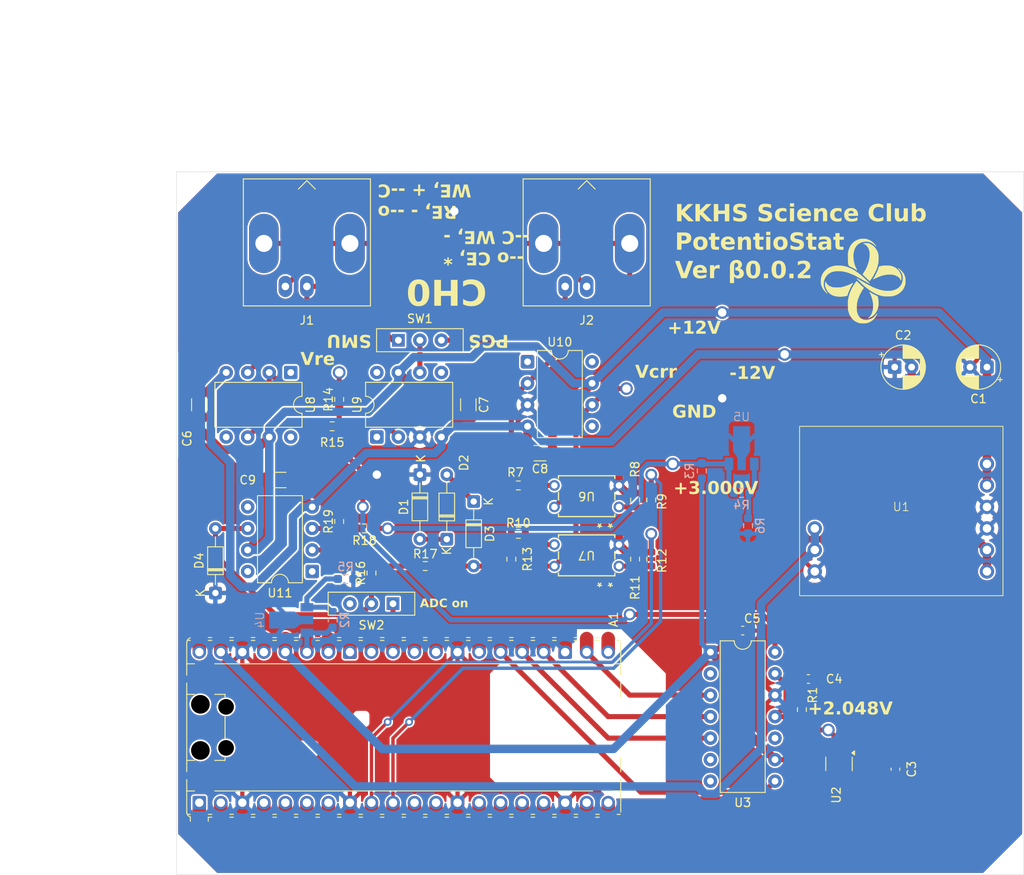
<source format=kicad_pcb>
(kicad_pcb (version 20241229) (generator "pcbnew") (generator_version "9.0")
  (layers (0 "F.Cu" signal) (2 "B.Cu" signal) (13 "F.Paste" user) (15 "B.Paste" user) (5 "F.SilkS" user "F.Silkscreen") (7 "B.SilkS" user "B.Silkscreen") (1 "F.Mask" user) (3 "B.Mask" user) (25 "Edge.Cuts" user))
  (net 0 "")
  (net 1 "+3.3V")
  (net 2 "GND")
  (net 3 "Net-(D2-A)")
  (net 4 "/PotentioStatUnit/Vcrr")
  (net 5 "/反転回路/OUTPUT")
  (net 9 "Net-(C4-Pad2)")
  (net 10 "Net-(D1-A)")
  (net 11 "/PotentioStatUnit/WE")
  (net 12 "/PotentioStatUnit/RE")
  (net 13 "/REF_+2.048V")
  (net 14 "/PotentioStatUnit/Vre")
  (net 15 "/PotentioStatUnit/INPUT")
  (net 16 "Net-(R7-Pad2)")
  (net 17 "Net-(U9--)")
  (net 20 "/PotentioStatUnit/CE")
  (net 42 "Net-(A1-GPIO18)")
  (net 47 "Net-(A1-GPIO17)")
  (net 48 "Net-(A1-GPIO20)")
  (net 52 "Net-(A1-GPIO19)")
  (net 53 "x10k_1")
  (net 55 "x1k_1")
  (net 57 "Net-(A1-ADC_VREF)")
  (net 63 "-12V")
  (net 64 "+12V")
  (net 65 "3.0V_REF")
  (net 66 "Net-(J2-In)")
  (net 67 "Net-(U4-REF)")
  (net 68 "Net-(U11--)")
  (net 69 "Net-(U11-+)")
  (net 70 "VSYS")
  (net 71 "Net-(A1-GPIO26_ADC0)")
  (net 72 "Net-(U5-REF)")
  (net 73 "Net-(R8-Pad1)")
  (net 74 "Net-(R10-Pad2)")
  (net 75 "Net-(R11-Pad2)")
  (footprint "Diode_THT:D_DO-34_SOD68_P7.62mm_Horizontal" (layer "F.Cu") (at 60.075 154.935 -90)
    (property "Reference" "D3")
    (property "Value" "D")
  )
  (footprint "Resistor_SMD:R_0603_1608Metric" (layer "F.Cu") (at 79.125 161.74 -90)
    (property "Reference" "R11")
    (property "Value" "10k")
  )
  (footprint "Resistor_SMD:R_0603_1608Metric" (layer "F.Cu") (at 48.01 163.385 90)
    (property "Reference" "R16")
    (property "Value" "10k")
  )
  (footprint "footprints:DIP4_TOS" (layer "F.Cu") (at 77.22 162.565 180)
    (property "Reference" "U7")
    (property "Value" "TLP241AF")
  )
  (footprint "Resistor_SMD:R_0603_1608Metric" (layer "F.Cu") (at 43.375 146.055)
    (property "Reference" "R15")
    (property "Value" "10k")
  )
  (footprint "Resistor_SMD:R_0603_1608Metric" (layer "F.Cu") (at 65.345 153.04)
    (property "Reference" "R7")
    (property "Value" "10k")
  )
  (footprint "Resistor_SMD:R_0603_1608Metric" (layer "F.Cu") (at 54.36 162.56)
    (property "Reference" "R17")
    (property "Value" "10k" (hide yes))
  )
  (footprint "Resistor_SMD:R_0603_1608Metric" (layer "F.Cu") (at 44.2 157.29 90)
    (property "Reference" "R19")
    (property "Value" "10k")
  )
  (footprint "Capacitor_THT:CP_Radial_D5.0mm_P2.00mm" (layer "F.Cu") (at 109.76 139.065)
    (property "Reference" "C2")
    (property "Value" "100u")
  )
  (footprint "Capacitor_SMD:C_1206_3216Metric" (layer "F.Cu") (at 59.44 143.515 -90)
    (property "Reference" "C7")
    (property "Value" "4.7u")
  )
  (footprint "Capacitor_SMD:C_0603_1608Metric" (layer "F.Cu") (at 91.825 170.18)
    (property "Reference" "C5")
    (property "Value" "2.2u")
  )
  (footprint "LOGO" (layer "F.Cu") (at 106.045 128.905)
    (property "Reference" "G***" (hide yes))
    (property "Value" "LOGO" (hide yes))
  )
  (footprint "Capacitor_SMD:C_0603_1608Metric" (layer "F.Cu") (at 109.855 186.55 -90)
    (property "Reference" "C3")
    (property "Value" "2.2u")
  )
  (footprint "Capacitor_THT:CP_Radial_D5.0mm_P2.00mm" (layer "F.Cu") (at 120.65 139.065 180)
    (property "Reference" "C1")
    (property "Value" "100u")
  )
  (footprint "Connector_Coaxial:BNC_Amphenol_B6252HB-NPP3G-50_Horizontal" (layer "F.Cu") (at 73.41 129.54)
    (property "Reference" "J2")
    (property "Value" "Conn_Coaxial")
  )
  (footprint "Package_DIP:DIP-8_W7.62mm" (layer "F.Cu") (at 66.43 138.435)
    (property "Reference" "U10")
    (property "Value" "OP07")
  )
  (footprint "Capacitor_SMD:C_1206_3216Metric" (layer "F.Cu") (at 67.9 149.23 180)
    (property "Reference" "C8")
    (property "Value" "4.7u")
  )
  (footprint "Package_DIP:DIP-14_W7.62mm" (layer "F.Cu") (at 88.015 172.72)
    (property "Reference" "U3")
    (property "Value" "MCP4922")
  )
  (footprint "Resistor_SMD:R_0603_1608Metric" (layer "F.Cu") (at 98.81 179.515 90)
    (property "Reference" "R1")
    (property "Value" "1k")
  )
  (footprint "Resistor_SMD:R_0603_1608Metric" (layer "F.Cu") (at 65.345 158.755)
    (property "Reference" "R10")
    (property "Value" "1k")
  )
  (footprint "Capacitor_SMD:C_0603_1608Metric" (layer "F.Cu") (at 99.585 175.895 180)
    (property "Reference" "C4")
    (property "Value" "2.2u")
  )
  (footprint "Resistor_SMD:R_0603_1608Metric" (layer "F.Cu") (at 81.03 154.755 -90)
    (property "Reference" "R9")
    (property "Value" "20k")
  )
  (footprint "Package_TO_SOT_SMD:SOT-23-6" (layer "F.Cu") (at 103.19 185.9225 -90)
    (property "Reference" "U2")
    (property "Value" "MCP1501-20xCH")
  )
  (footprint "Resistor_SMD:R_0603_1608Metric" (layer "F.Cu") (at 79.125 154.755 90)
    (property "Reference" "R8")
    (property "Value" "10k")
  )
  (footprint "Capacitor_SMD:C_1206_3216Metric" (layer "F.Cu") (at 37.215 152.4 180)
    (property "Reference" "C9")
    (property "Value" "4.7u")
  )
  (footprint "TPS65131:TPS65131_kit" (layer "F.Cu") (at 110.54 156.065)
    (property "Reference" "U1")
    (property "Value" "TPS65131_kit")
  )
  (footprint "Button_Switch_THT:SW_Slide-03_Wuerth-WS-SLTV_10x2.5x6.4_P2.54mm" (layer "F.Cu") (at 53.725 135.89)
    (property "Reference" "SW1")
    (property "Value" "SW_SPDT")
  )
  (footprint "Resistor_SMD:R_0603_1608Metric" (layer "F.Cu") (at 47.185 158.115 180)
    (property "Reference" "R18")
    (property "Value" "30k")
  )
  (footprint "Package_DIP:DIP-8_W7.62mm" (layer "F.Cu") (at 48.645 147.32 90)
    (property "Reference" "U9")
    (property "Value" "OP07")
  )
  (footprint "Connector_Coaxial:BNC_Amphenol_B6252HB-NPP3G-50_Horizontal" (layer "F.Cu") (at 40.39 129.54)
    (property "Reference" "J1")
    (property "Value" "Conn_Coaxial")
  )
  (footprint "Button_Switch_THT:SW_Slide-03_Wuerth-WS-SLTV_10x2.5x6.4_P2.54mm" (layer "F.Cu") (at 48.01 167.005 180)
    (property "Reference" "SW2")
    (property "Value" "SW_SPDT")
  )
  (footprint "Resistor_SMD:R_0603_1608Metric" (layer "F.Cu") (at 44.2 142.88 -90)
    (property "Reference" "R14")
    (property "Value" "10k")
  )
  (footprint "Package_DIP:DIP-8_W7.62mm" (layer "F.Cu") (at 41.02 163.2 180)
    (property "Reference" "U11")
    (property "Value" "OP07")
  )
  (footprint "Diode_THT:D_DO-34_SOD68_P7.62mm_Horizontal" (layer "F.Cu") (at 53.725 151.76 -90)
    (property "Reference" "D1")
    (property "Value" "D")
  )
  (footprint "Capacitor_SMD:C_1206_3216Metric" (layer "F.Cu") (at 27.69 143.515 90)
    (property "Reference" "C6")
    (property "Value" "4.7u")
  )
  (footprint "Resistor_SMD:R_0603_1608Metric" (layer "F.Cu") (at 64.52 161.74 -90)
    (property "Reference" "R13")
    (property "Value" "100")
  )
  (footprint "Resistor_SMD:R_0603_1608Metric" (layer "F.Cu") (at 81.03 161.74 90)
    (property "Reference" "R12")
    (property "Value" "20k")
  )
  (footprint "Diode_THT:D_DO-34_SOD68_P7.62mm_Horizontal" (layer "F.Cu") (at 56.9 159.39 90)
    (property "Reference" "D2")
    (property "Value" "D")
  )
  (footprint "footprints:DIP4_TOS" (layer "F.Cu") (at 77.22 155.58 180)
    (property "Reference" "U6")
    (property "Value" "TLP241AF")
  )
  (footprint "Package_DIP:DIP-8_W7.62mm" (layer "F.Cu") (at 38.485 139.705 -90)
    (property "Reference" "U8")
    (property "Value" "OP07")
  )
  (footprint "Diode_THT:D_DO-34_SOD68_P7.62mm_Horizontal" (layer "F.Cu") (at 29.595 165.74 90)
    (property "Reference" "D4")
    (property "Value" "ZeD")
  )
  (footprint "Module:RaspberryPi_Pico_Common_Unspecified" (layer "F.Cu") (at 51.82 181.61 90)
    (property "Reference" "A1")
    (property "Value" "RaspberryPi_Pico")
  )
  (footprint "Resistor_SMD:R_0603_1608Metric_Pad0.98x0.95mm_HandSolder" (layer "B.Cu") (at 91.694 153.924)
    (property "Reference" "R4")
    (property "Value" "10")
  )
  (footprint "Resistor_SMD:R_0603_1608Metric_Pad0.98x0.95mm_HandSolder" (layer "B.Cu") (at 92.456 157.797 90)
    (property "Reference" "R6")
    (property "Value" "50")
  )
  (footprint "NJM1431AU:NJM1431AU" (layer "B.Cu") (at 40.386 168.934 -90)
    (property "Reference" "U4")
    (property "Value" "~")
  )
  (footprint "Resistor_SMD:R_0603_1608Metric_Pad0.98x0.95mm_HandSolder" (layer "B.Cu") (at 86.995 151.32 -90)
    (property "Reference" "R3")
    (property "Value" "50")
  )
  (footprint "Resistor_SMD:R_0603_1608Metric_Pad0.98x0.95mm_HandSolder" (layer "B.Cu") (at 44.958 164.084 180)
    (property "Reference" "R5")
    (property "Value" "50")
  )
  (footprint "NJM1431AU:NJM1431AU" (layer "B.Cu") (at 91.694 150.495 180)
    (property "Reference" "U5")
    (property "Value" "~")
  )
  (footprint "Resistor_SMD:R_0603_1608Metric_Pad0.98x0.95mm_HandSolder" (layer "B.Cu") (at 43.434 168.91 90)
    (property "Reference" "R2")
    (property "Value" "10")
  )
  (gr_rect (start 25 116) (end 125 199) (stroke (width 0.05)) (fill no) (layer "Edge.Cuts"))
  (gr_text "PGS" (at 59.44 135.89 180) (layer "F.SilkS") (effects (font (size 1.5 1.5) (thickness 0.3) (bold yes)) (justify right)))
  (gr_text "Vre" (at 41.66 139.065 0) (layer "F.SilkS") (effects (font (size 1.5 1.5) (thickness 0.3) (bold yes)) (justify bottom)))
  (gr_text "ADC on" (at 53.725 167.005 0) (layer "F.SilkS") (effects (font (size 1 1) (thickness 0.2) (bold yes)) (justify left)))
  (gr_text "-12V" (at 92.964 140.716 0) (layer "F.SilkS") (effects (font (size 1.5 1.5) (thickness 0.3) (bold yes)) (justify bottom)))
  (gr_text "Vcrr" (at 79.125 139.7 0) (layer "F.SilkS") (effects (font (size 1.5 1.5) (thickness 0.3) (bold yes)) (justify left)))
  (gr_text "RE, - --o\nWE, + --C" (at 48.75 117.25 180) (layer "F.SilkS") (effects (font (size 1.5 1.5) (thickness 0.3) (bold yes)) (justify right bottom)))
  (gr_text "+2.048V" (at 104.525 180.34 0) (layer "F.SilkS") (effects (font (size 1.5 1.5) (thickness 0.3) (bold yes)) (justify bottom)))
  (gr_text "+12V" (at 86.106 135.382 0) (layer "F.SilkS") (effects (font (size 1.5 1.5) (thickness 0.3) (bold yes)) (justify bottom)))
  (gr_text "GND" (at 86.106 145.288 0) (layer "F.SilkS") (effects (font (size 1.5 1.5) (thickness 0.3) (bold yes)) (justify bottom)))
  (gr_text "CH0" (at 56.875 128.25 180) (layer "F.SilkS") (effects (font (size 3 3) (thickness 0.3) (bold yes)) (justify bottom)))
  (gr_text "KKHS Science Club\nPotentioStat\nVer β0.0.2" (at 83.82 128.905 0) (layer "F.SilkS") (effects (font (size 2 2) (thickness 0.4) (bold yes)) (justify left bottom)))
  (gr_text "--o CE, *\n--C WE, -" (at 56.5 122.75 180) (layer "F.SilkS") (effects (font (size 1.5 1.5) (thickness 0.3) (bold yes)) (justify right bottom)))
  (gr_text "SMU" (at 48.01 135.89 180) (layer "F.SilkS") (effects (font (size 1.5 1.5) (thickness 0.3) (bold yes)) (justify left)))
  (gr_text "+3.000V" (at 88.65 154.305 0) (layer "F.SilkS") (effects (font (size 1.5 1.5) (thickness 0.3) (bold yes)) (justify bottom)))
  (segment (start 88.015 172.72) (end 89.516 174.221) (width 1) (layer "F.Cu") (net 1))
  (segment (start 100.6 185.42) (end 95.635 185.42) (width 0.6) (layer "F.Cu") (net 1))
  (segment (start 104.14 187.722499) (end 104.14 187.06) (width 0.6) (layer "F.Cu") (net 1))
  (segment (start 89.516 174.221) (end 89.516 179.301) (width 1) (layer "F.Cu") (net 1))
  (segment (start 102.24 187.06) (end 102.24 187.722499) (width 0.6) (layer "F.Cu") (net 1))
  (segment (start 102.24 187.06) (end 100.6 185.42) (width 0.6) (layer "F.Cu") (net 1))
  (segment (start 103.638999 188.2235) (end 104.14 187.722499) (width 0.6) (layer "F.Cu") (net 1))
  (segment (start 109.855 187.325) (end 104.405 187.325) (width 0.6) (layer "F.Cu") (net 1))
  (segment (start 88.51 172.72) (end 91.05 170.18) (width 0.6) (layer "F.Cu") (net 1))
  (segment (start 104.405 187.325) (end 104.14 187.06) (width 0.6) (layer "F.Cu") (net 1))
  (segment (start 102.24 187.722499) (end 102.741001 188.2235) (width 0.6) (layer "F.Cu") (net 1))
  (segment (start 88.015 172.72) (end 88.51 172.72) (width 0.6) (layer "F.Cu") (net 1))
  (segment (start 102.741001 188.2235) (end 103.638999 188.2235) (width 0.6) (layer "F.Cu") (net 1))
  (segment (start 89.516 179.301) (end 95.635 185.42) (width 1) (layer "F.Cu") (net 1))
  (segment (start 49.28 184.15) (end 76.585 184.15) (width 1) (layer "B.Cu") (net 1))
  (segment (start 86.995 171.7) (end 88.015 172.72) (width 0.6) (layer "B.Cu") (net 1))
  (segment (start 86.995 152.145) (end 86.995 171.7) (width 0.6) (layer "B.Cu") (net 1))
  (segment (start 76.585 184.15) (end 88.015 172.72) (width 1) (layer "B.Cu") (net 1))
  (segment (start 37.85 172.72) (end 49.28 184.15) (width 1) (layer "B.Cu") (net 1))
  (segment (start 92.6 170.18) (end 92.6 174.765) (width 0.6) (layer "F.Cu") (net 2))
  (segment (start 92.6 174.765) (end 95.635 177.8) (width 0.6) (layer "F.Cu") (net 2))
  (segment (start 79.125 160.915) (end 78.11 160.915) (width 1) (layer "F.Cu") (net 2))
  (segment (start 77.22 160.025) (end 77.22 158.115) (width 1) (layer "F.Cu") (net 2))
  (segment (start 77.22 153.04) (end 77.22 151.13) (width 1) (layer "F.Cu") (net 2))
  (segment (start 78.11 153.93) (end 77.22 153.04) (width 1) (layer "F.Cu") (net 2))
  (segment (start 79.125 153.93) (end 78.11 153.93) (width 1) (layer "F.Cu") (net 2))
  (segment (start 78.11 160.915) (end 77.22 160.025) (width 1) (layer "F.Cu") (net 2))
  (via (at 57.785 120.65) (size 1.5) (drill 1) (layers "F.Cu" "B.Cu") (net 2))
  (via (at 48.645 151.765) (size 1.5) (drill 1) (layers "F.Cu" "B.Cu") (net 2))
  (via (at 89.408 142.748) (size 1.5) (drill 1) (layers "F.Cu" "B.Cu") (net 2))
  (segment (start 60.065 154.935) (end 56.9 151.77) (width 0.6) (layer "F.Cu") (net 3))
  (segment (start 60.075 154.935) (end 60.065 154.935) (width 0.6) (layer "F.Cu") (net 3))
  (segment (start 69.6 162.565) (end 64.52 162.565) (width 0.6) (layer "F.Cu") (net 4))
  (segment (start 60.085 162.565) (end 60.075 162.555) (width 0.6) (layer "F.Cu") (net 4))
  (segment (start 60.075 162.555) (end 55.19 162.555) (width 0.6) (layer "F.Cu") (net 4))
  (segment (start 74.05 143.505) (end 74.05 143.515) (width 0.6) (layer "F.Cu") (net 4))
  (segment (start 74.05 143.515) (end 72.14 145.425) (width 0.6) (layer "F.Cu") (net 4))
  (segment (start 64.52 162.565) (end 60.085 162.565) (width 0.6) (layer "F.Cu") (net 4))
  (segment (start 69.6 155.58) (end 72.14 153.04) (width 0.6) (layer "F.Cu") (net 4))
  (segment (start 72.14 151.765) (end 72.14 160.025) (width 0.6) (layer "F.Cu") (net 4))
  (segment (start 55.19 162.555) (end 55.185 162.56) (width 0.6) (layer "F.Cu") (net 4))
  (segment (start 72.14 153.04) (end 72.14 151.765) (width 0.6) (layer "F.Cu") (net 4))
  (segment (start 75.95 141.605) (end 74.05 143.505) (width 0.6) (layer "F.Cu") (net 4))
  (segment (start 72.14 145.425) (end 72.14 151.765) (width 0.6) (layer "F.Cu") (net 4))
  (segment (start 78.105 141.605) (end 75.95 141.605) (width 0.6) (layer "F.Cu") (net 4))
  (segment (start 72.14 160.025) (end 69.6 162.565) (width 0.6) (layer "F.Cu") (net 4))
  (via (at 78.105 141.605) (size 1.5) (drill 1) (layers "F.Cu" "B.Cu") (net 4))
  (segment (start 48.01 164.21) (end 48.01 167.005) (width 0.6) (layer "F.Cu") (net 5))
  (segment (start 33.4 158.12) (end 29.595 158.12) (width 0.6) (layer "F.Cu") (net 5))
  (segment (start 46.709 168.306) (end 36.666108 168.306) (width 0.6) (layer "F.Cu") (net 5))
  (segment (start 48.01 167.005) (end 46.709 168.306) (width 0.6) (layer "F.Cu") (net 5))
  (segment (start 29.595 161.234892) (end 29.595 158.12) (width 0.6) (layer "F.Cu") (net 5))
  (segment (start 36.666108 168.306) (end 29.595 161.234892) (width 0.6) (layer "F.Cu") (net 5))
  (segment (start 98.81 176.035) (end 98.81 178.69) (width 0.6) (layer "F.Cu") (net 9))
  (segment (start 56.9 159.39) (end 53.735 159.39) (width 0.6) (layer "F.Cu") (net 10))
  (segment (start 35.31 124.46) (end 45.47 124.46) (width 0.6) (layer "F.Cu") (net 11))
  (segment (start 64.52 158.755) (end 64.52 160.915) (width 0.6) (layer "F.Cu") (net 11))
  (segment (start 68.33 124.46) (end 78.49 124.46) (width 0.6) (layer "F.Cu") (net 11))
  (segment (start 70.87 129.54) (end 70.87 135.89) (width 0.6) (layer "F.Cu") (net 11))
  (segment (start 64.52 142.885) (end 66.43 140.975) (width 0.6) (layer "F.Cu") (net 11))
  (segment (start 78.49 128.27) (end 70.87 135.89) (width 0.6) (layer "F.Cu") (net 11))
  (segment (start 64.52 153.04) (end 64.52 158.755) (width 0.6) (layer "F.Cu") (net 11))
  (segment (start 70.87 136.535) (end 66.43 140.975) (width 0.6) (layer "F.Cu") (net 11))
  (segment (start 70.87 135.89) (end 70.87 136.535) (width 0.6) (layer "F.Cu") (net 11))
  (segment (start 78.49 124.46) (end 78.49 128.27) (width 0.6) (layer "F.Cu") (net 11))
  (segment (start 45.47 124.46) (end 42.93 124.46) (width 0.6) (layer "F.Cu") (net 11))
  (segment (start 45.47 124.46) (end 68.33 124.46) (width 0.6) (layer "F.Cu") (net 11))
  (segment (start 64.52 153.04) (end 64.52 142.885) (width 0.6) (layer "F.Cu") (net 11))
  (segment (start 42.93 124.46) (end 37.85 129.54) (width 0.6) (layer "F.Cu") (net 11))
  (segment (start 51.185 135.89) (end 50.55 135.89) (width 0.6) (layer "F.Cu") (net 12))
  (segment (start 50.55 135.89) (end 44.2 129.54) (width 0.6) (layer "F.Cu") (net 12))
  (segment (start 44.2 129.54) (end 40.39 129.54) (width 0.6) (layer "F.Cu") (net 12))
  (segment (start 40.39 129.54) (end 40.39 132.72) (width 0.6) (layer "F.Cu") (net 12))
  (segment (start 40.39 132.72) (end 33.405 139.705) (width 0.6) (layer "F.Cu") (net 12))
  (segment (start 98.81 180.34) (end 95.635 180.34) (width 0.6) (layer "F.Cu") (net 13))
  (segment (start 100.38375 181.91375) (end 98.81 180.34) (width 0.6) (layer "F.Cu") (net 13))
  (segment (start 96.936 176.561) (end 95.635 175.26) (width 0.6) (layer "F.Cu") (net 13))
  (segment (start 95.635 180.34) (end 96.936 179.039) (width 0.6) (layer "F.Cu") (net 13))
  (segment (start 101.93125 181.91375) (end 104.14 184.122501) (width 0.6) (layer "F.Cu") (net 13))
  (segment (start 96.936 179.039) (end 96.936 176.561) (width 0.6) (layer "F.Cu") (net 13))
  (segment (start 104.14 184.122501) (end 104.14 184.785) (width 0.6) (layer "F.Cu") (net 13))
  (segment (start 101.93125 181.91375) (end 100.38375 181.91375) (width 0.6) (layer "F.Cu") (net 13))
  (via (at 101.93125 181.91375) (size 1.5) (drill 1) (layers "F.Cu" "B.Cu") (net 13))
  (segment (start 35.945 139.705) (end 35.945 144.785) (width 0.6) (layer "F.Cu") (net 14))
  (segment (start 38.295 142.055) (end 44.2 142.055) (width 0.6) (layer "F.Cu") (net 14))
  (segment (start 35.945 144.785) (end 33.405 147.325) (width 0.6) (layer "F.Cu") (net 14))
  (segment (start 44.2 142.055) (end 44.2 139.7) (width 0.6) (layer "F.Cu") (net 14))
  (segment (start 35.945 139.705) (end 38.295 142.055) (width 0.6) (layer "F.Cu") (net 14))
  (via (at 44.2 139.7) (size 1.5) (drill 1) (layers "F.Cu" "B.Cu") (net 14))
  (segment (start 42.55 147.0075) (end 42.55 146.055) (width 0.6) (layer "F.Cu") (net 15))
  (segment (start 78.49 168.275) (end 94.158471 168.275) (width 0.6) (layer "F.Cu") (net 15))
  (segment (start 94.158471 168.275) (end 95.635 169.751529) (width 0.6) (layer "F.Cu") (net 15))
  (segment (start 46.99 155.575) (end 46.99 151.4475) (width 0.6) (layer "F.Cu") (net 15))
  (segment (start 95.635 169.751529) (end 95.635 172.72) (width 0.6) (layer "F.Cu") (net 15))
  (segment (start 46.99 151.4475) (end 42.55 147.0075) (width 0.6) (layer "F.Cu") (net 15))
  (via blind (at 78.49 168.275) (size 1.4) (drill 0.9) (layers "F.Cu" "B.Cu") (net 15))
  (via blind (at 46.99 155.575) (size 1.4) (drill 0.9) (layers "F.Cu" "B.Cu") (net 15))
  (segment (start 46.99 155.575) (end 46.99 158.5575) (width 0.6) (layer "B.Cu") (net 15))
  (segment (start 57.3425 168.91) (end 77.855 168.91) (width 0.6) (layer "B.Cu") (net 15))
  (segment (start 77.855 168.91) (end 78.49 168.275) (width 0.6) (layer "B.Cu") (net 15))
  (segment (start 46.99 158.5575) (end 57.3425 168.91) (width 0.6) (layer "B.Cu") (net 15))
  (segment (start 69.6 153.04) (end 66.17 153.04) (width 0.6) (layer "F.Cu") (net 16))
  (segment (start 44.2 143.705) (end 44.2 146.055) (width 0.6) (layer "F.Cu") (net 17))
  (segment (start 44.2 146.055) (end 44.236 146.019) (width 0.6) (layer "F.Cu") (net 17))
  (segment (start 49.884 146.019) (end 51.185 147.32) (width 0.6) (layer "F.Cu") (net 17))
  (segment (start 44.236 146.019) (end 49.884 146.019) (width 0.6) (layer "F.Cu") (net 17))
  (segment (start 53.725 135.89) (end 53.725 139.7) (width 0.6) (layer "F.Cu") (net 20))
  (segment (start 75.95 180.34) (end 68.33 172.72) (width 0.6) (layer "F.Cu") (net 42))
  (segment (start 88.015 180.34) (end 75.95 180.34) (width 0.6) (layer "F.Cu") (net 42))
  (segment (start 88.015 177.8) (end 78.49 177.8) (width 0.6) (layer "F.Cu") (net 47))
  (segment (start 78.49 177.8) (end 73.41 172.72) (width 0.6) (layer "F.Cu") (net 47))
  (segment (start 95.635 187.96) (end 94.334 189.261) (width 0.6) (layer "F.Cu") (net 48))
  (segment (start 94.334 189.261) (end 79.791 189.261) (width 0.6) (layer "F.Cu") (net 48))
  (segment (start 79.791 189.261) (end 63.25 172.72) (width 0.6) (layer "F.Cu") (net 48))
  (segment (start 75.95 182.88) (end 65.79 172.72) (width 0.6) (layer "F.Cu") (net 52))
  (segment (start 88.015 182.88) (end 75.95 182.88) (width 0.6) (layer "F.Cu") (net 52))
  (segment (start 50.55 190.5) (end 50.55 182.88) (width 0.4) (layer "F.Cu") (net 53))
  (segment (start 81.03 153.93) (end 81.03 151.765) (width 0.6) (layer "F.Cu") (net 53))
  (segment (start 50.55 182.88) (end 52.455 180.975) (width 0.4) (layer "F.Cu") (net 53))
  (via blind (at 81.03 151.765) (size 1.4) (drill 0.9) (layers "F.Cu" "B.Cu") (net 53))
  (via blind (at 52.455 180.975) (size 0.9) (drill 0.5) (layers "F.Cu" "B.Cu") (net 53))
  (segment (start 76.593413 174.625) (end 82.131 169.087413) (width 0.4) (layer "B.Cu") (net 53))
  (segment (start 52.455 180.975) (end 58.805 174.625) (width 0.4) (layer "B.Cu") (net 53))
  (segment (start 82.131 169.087413) (end 82.131 152.866) (width 0.4) (layer "B.Cu") (net 53))
  (segment (start 82.131 152.866) (end 81.03 151.765) (width 0.4) (layer "B.Cu") (net 53))
  (segment (start 58.805 174.625) (end 76.593413 174.625) (width 0.4) (layer "B.Cu") (net 53))
  (segment (start 48.01 182.88) (end 48.01 190.5) (width 0.4) (layer "F.Cu") (net 55))
  (segment (start 49.915 180.975) (end 48.01 182.88) (width 0.4) (layer "F.Cu") (net 55))
  (segment (start 81.03 160.915) (end 81.03 158.75) (width 0.6) (layer "F.Cu") (net 55))
  (via blind (at 81.03 158.75) (size 1.4) (drill 0.9) (layers "F.Cu" "B.Cu") (net 55))
  (via blind (at 49.915 180.975) (size 0.9) (drill 0.5) (layers "F.Cu" "B.Cu") (net 55))
  (segment (start 56.964 173.926) (end 76.442471 173.926) (width 0.4) (layer "B.Cu") (net 55))
  (segment (start 49.915 180.975) (end 56.964 173.926) (width 0.4) (layer "B.Cu") (net 55))
  (segment (start 76.442471 173.926) (end 81.03 169.338471) (width 0.4) (layer "B.Cu") (net 55))
  (segment (start 81.03 169.338471) (end 81.03 158.75) (width 0.4) (layer "B.Cu") (net 55))
  (segment (start 42.719 170.45) (end 40.386 170.45) (width 0.6) (layer "B.Cu") (net 57))
  (segment (start 40.39 172.72) (end 40.39 170.438) (width 0.6) (layer "B.Cu") (net 57))
  (segment (start 40.39 170.438) (end 40.386 170.434) (width 0.6) (layer "B.Cu") (net 57))
  (segment (start 43.434 169.735) (end 42.719 170.45) (width 0.6) (layer "B.Cu") (net 57))
  (segment (start 120.65 160.655) (end 111.76 151.765) (width 1) (layer "F.Cu") (net 63))
  (segment (start 66.43 146.055) (end 66.43 149.225) (width 1) (layer "F.Cu") (net 63))
  (segment (start 38.69 152.4) (end 38.69 153.25) (width 1) (layer "F.Cu") (net 63))
  (segment (start 111.76 151.765) (end 111.76 139.065) (width 1) (layer "F.Cu") (net 63))
  (segment (start 66.425 146.06) (end 66.43 146.055) (width 1) (layer "F.Cu") (net 63))
  (segment (start 59.44 144.99) (end 58.595 144.99) (width 1) (layer "F.Cu") (net 63))
  (segment (start 120.65 160.655) (end 120.65 163.195) (width 1) (layer "F.Cu") (net 63))
  (segment (start 38.69 153.25) (end 41.02 155.58) (width 1) (layer "F.Cu") (net 63))
  (segment (start 41.025 155.575) (end 41.02 155.58) (width 1) (layer "F.Cu") (net 63))
  (segment (start 66.43 149.225) (end 66.425 149.23) (width 1) (layer "F.Cu") (net 63))
  (segment (start 27.69 142.04) (end 28.53 142.04) (width 1) (layer "F.Cu") (net 63))
  (segment (start 58.595 144.99) (end 56.265 147.32) (width 1) (layer "F.Cu") (net 63))
  (segment (start 28.53 142.04) (end 30.865 139.705) (width 1) (layer "F.Cu") (net 63))
  (via (at 96.774 137.564) (size 1.5) (drill 1) (layers "F.Cu" "B.Cu") (net 63))
  (segment (start 57.53 146.055) (end 56.265 147.32) (width 1) (layer "B.Cu") (net 63))
  (segment (start 31.346 150.352999) (end 29.064 148.070999) (width 1) (layer "B.Cu") (net 63))
  (segment (start 86.591 137.564) (end 85.82 138.335) (width 1) (layer "B.Cu") (net 63))
  (segment (start 111.76 138.613156) (end 110.710844 137.564) (width 1) (layer "B.Cu") (net 63))
  (segment (start 38.735 156.73363) (end 38.735 160.411999) (width 1) (layer "B.Cu") (net 63))
  (segment (start 32.654001 165.001) (end 31.346 163.692999) (width 1) (layer "B.Cu") (net 63))
  (segment (start 38.735 160.411999) (end 34.145999 165.001) (width 1) (layer "B.Cu") (net 63))
  (segment (start 41.02 155.58) (end 39.88863 155.58) (width 1) (layer "B.Cu") (net 63))
  (segment (start 47.375 149.225) (end 41.02 155.58) (width 1) (layer "B.Cu") (net 63))
  (segment (start 56.265 147.32) (end 56.265 148.45137) (width 1) (layer "B.Cu") (net 63))
  (segment (start 55.49137 149.225) (end 47.375 149.225) (width 1) (layer "B.Cu") (net 63))
  (segment (start 34.145999 165.001) (end 32.654001 165.001) (width 1) (layer "B.Cu") (net 63))
  (segment (start 29.064 141.506) (end 30.865 139.705) (width 1) (layer "B.Cu") (net 63))
  (segment (start 39.88863 155.58) (end 38.735 156.73363) (width 1) (layer "B.Cu") (net 63))
  (segment (start 66.43 146.055) (end 57.53 146.055) (width 1) (layer "B.Cu") (net 63))
  (segment (start 85.82 138.335) (end 76.299 147.856) (width 1) (layer "B.Cu") (net 63))
  (segment (start 56.265 148.45137) (end 55.49137 149.225) (width 1) (layer "B.Cu") (net 63))
  (segment (start 31.346 163.692999) (end 31.346 150.352999) (width 1) (layer "B.Cu") (net 63))
  (segment (start 76.299 147.856) (end 68.231 147.856) (width 1) (layer "B.Cu") (net 63))
  (segment (start 68.231 147.856) (end 66.43 146.055) (width 1) (layer "B.Cu") (net 63))
  (segment (start 111.76 139.065) (end 111.76 138.613156) (width 1) (layer "B.Cu") (net 63))
  (segment (start 110.710844 137.564) (end 86.591 137.564) (width 1) (layer "B.Cu") (net 63))
  (segment (start 29.064 148.070999) (end 29.064 141.506) (width 1) (layer "B.Cu") (net 63))
  (segment (start 53.525 142.04) (end 51.185 139.7) (width 1) (layer "F.Cu") (net 64))
  (segment (start 69.375 147.32) (end 69.375 149.23) (width 1) (layer "F.Cu") (net 64))
  (segment (start 30.243265 148.826) (end 27.69 146.272735) (width 1) (layer "F.Cu") (net 64))
  (segment (start 35.74 152.4) (end 35.74 154.305) (width 1) (layer "F.Cu") (net 64))
  (segment (start 120.65 150.495) (end 120.65 139.065) (width 1) (layer "F.Cu") (net 64))
  (segment (start 35.74 154.305) (end 35.74 158.32) (width 1) (layer "F.Cu") (net 64))
  (segment (start 57.535 142.04) (end 59.44 142.04) (width 1) (layer "F.Cu") (net 64))
  (segment (start 57.535 142.04) (end 53.525 142.04) (width 1) (layer "F.Cu") (net 64))
  (segment (start 69.375 147.32) (end 69.375 145.65) (width 1) (layer "F.Cu") (net 64))
  (segment (start 35.74 158.32) (end 33.4 160.66) (width 1) (layer "F.Cu") (net 64))
  (segment (start 27.69 146.272735) (end 27.69 144.99) (width 1) (layer "F.Cu") (net 64))
  (segment (start 69.375 145.65) (end 74.05 140.975) (width 1) (layer "F.Cu") (net 64))
  (segment (start 34.444 148.826) (end 30.243265 148.826) (width 1) (layer "F.Cu") (net 64))
  (segment (start 34.444 148.826) (end 35.945 147.325) (width 1) (layer "F.Cu") (net 64))
  (segment (start 120.65 153.035) (end 120.65 150.495) (width 1) (layer "F.Cu") (net 64))
  (via (at 89.408 132.62) (size 1.5) (drill 1) (layers "F.Cu" "B.Cu") (net 64))
  (segment (start 82.411999 132.62) (end 74.056999 140.975) (width 1) (layer "B.Cu") (net 64))
  (segment (start 47.66737 144.349) (end 37.78963 144.349) (width 1) (layer "B.Cu") (net 64))
  (segment (start 35.945 146.19363) (end 35.945 147.325) (width 1) (layer "B.Cu") (net 64))
  (segment (start 37.78963 144.349) (end 35.945 146.19363) (width 1) (layer "B.Cu") (net 64))
  (segment (start 51.185 140.83137) (end 47.66737 144.349) (width 1) (layer "B.Cu") (net 64))
  (segment (start 74.05 140.975) (end 71.846108 140.975) (width 1) (layer "B.Cu") (net 64))
  (segment (start 74.056999 140.975) (end 74.05 140.975) (width 1.6) (layer "B.Cu") (net 64))
  (segment (start 71.846108 140.975) (end 67.505108 136.634) (width 1) (layer "B.Cu") (net 64))
  (segment (start 61.132 136.634) (end 59.867 137.899) (width 1) (layer "B.Cu") (net 64))
  (segment (start 115.005 132.62) (end 82.411999 132.62) (width 1) (layer "B.Cu") (net 64))
  (segment (start 59.867 137.899) (end 52.979001 137.899) (width 1) (layer "B.Cu") (net 64))
  (segment (start 51.185 139.7) (end 51.185 140.83137) (width 1) (layer "B.Cu") (net 64))
  (segment (start 35.945 159.24637) (end 34.53137 160.66) (width 1) (layer "B.Cu") (net 64))
  (segment (start 51.185 139.693001) (end 51.185 139.7) (width 1.6) (layer "B.Cu") (net 64))
  (segment (start 67.505108 136.634) (end 61.132 136.634) (width 1) (layer "B.Cu") (net 64))
  (segment (start 34.53137 160.66) (end 33.4 160.66) (width 1) (layer "B.Cu") (net 64))
  (segment (start 52.979001 137.899) (end 51.185 139.693001) (width 1) (layer "B.Cu") (net 64))
  (segment (start 120.65 139.065) (end 120.65 138.265) (width 1) (layer "B.Cu") (net 64))
  (segment (start 120.65 138.265) (end 115.005 132.62) (width 1) (layer "B.Cu") (net 64))
  (segment (start 35.945 147.325) (end 35.945 159.24637) (width 1) (layer "B.Cu") (net 64))
  (segment (start 48.01 158.115) (end 49.915 158.115) (width 0.6) (layer "F.Cu") (net 65))
  (via (at 83.57 150.495) (size 1.5) (drill 1) (layers "F.Cu" "B.Cu") (net 65))
  (via blind (at 49.915 158.115) (size 1.4) (drill 0.9) (layers "F.Cu" "B.Cu") (net 65))
  (segment (start 79.829 151.267529) (end 80.601529 150.495) (width 0.6) (layer "B.Cu") (net 65))
  (segment (start 49.915 158.115) (end 76.291547 158.115) (width 0.6) (layer "B.Cu") (net 65))
  (segment (start 76.291547 158.115) (end 79.829 154.577547) (width 0.6) (layer "B.Cu") (net 65))
  (segment (start 90.194 153.249) (end 90.869 153.924) (width 0.6) (layer "B.Cu") (net 65))
  (segment (start 86.995 150.495) (end 83.57 150.495) (width 0.6) (layer "B.Cu") (net 65))
  (segment (start 79.829 154.577547) (end 79.829 151.267529) (width 0.6) (layer "B.Cu") (net 65))
  (segment (start 90.194 150.495) (end 86.995 150.495) (width 0.6) (layer "B.Cu") (net 65))
  (segment (start 90.194 150.876) (end 90.194 153.249) (width 0.6) (layer "B.Cu") (net 65))
  (segment (start 80.601529 150.495) (end 83.57 150.495) (width 0.6) (layer "B.Cu") (net 65))
  (segment (start 83.697 150.622) (end 83.57 150.495) (width 0.6) (layer "B.Cu") (net 65))
  (segment (start 70.081 127.789) (end 61.98 135.89) (width 0.6) (layer "F.Cu") (net 66))
  (segment (start 71.659 127.789) (end 70.081 127.789) (width 0.6) (layer "F.Cu") (net 66))
  (segment (start 73.41 129.54) (end 71.659 127.789) (width 0.6) (layer "F.Cu") (net 66))
  (segment (start 56.265 135.89) (end 61.98 135.89) (width 0.6) (layer "F.Cu") (net 66))
  (segment (start 40.386 166.307) (end 42.609 164.084) (width 0.6) (layer "B.Cu") (net 67))
  (segment (start 42.609 164.084) (end 44.133 164.084) (width 0.6) (layer "B.Cu") (net 67))
  (segment (start 40.386 167.434) (end 40.386 166.307) (width 0.6) (layer "B.Cu") (net 67))
  (segment (start 43.434 168.085) (end 42.767 167.418) (width 0.6) (layer "B.Cu") (net 67))
  (segment (start 42.767 167.418) (end 40.386 167.418) (width 0.6) (layer "B.Cu") (net 67))
  (segment (start 50.55 162.56) (end 47.375 162.56) (width 0.6) (layer "F.Cu") (net 68))
  (segment (start 53.535 162.56) (end 50.55 162.56) (width 0.6) (layer "F.Cu") (net 68))
  (segment (start 47.375 162.56) (end 45.475 160.66) (width 0.6) (layer "F.Cu") (net 68))
  (segment (start 45.475 160.66) (end 41.02 160.66) (width 0.6) (layer "F.Cu") (net 68))
  (segment (start 46.36 158.115) (end 44.2 158.115) (width 0.6) (layer "F.Cu") (net 69))
  (segment (start 41.02 158.12) (end 44.195 158.12) (width 0.6) (layer "F.Cu") (net 69))
  (segment (start 44.195 158.12) (end 44.2 158.115) (width 0.6) (layer "F.Cu") (net 69))
  (segment (start 93.98 167.005) (end 93.98 184.117735) (width 1) (layer "B.Cu") (net 70))
  (segment (start 86.514 188.581735) (end 46.091735 188.581735) (width 1) (layer "B.Cu") (net 70))
  (segment (start 88.636735 189.461) (end 87.393265 189.461) (width 1) (layer "B.Cu") (net 70))
  (segment (start 93.98 184.117735) (end 88.636735 189.461) (width 1) (layer "B.Cu") (net 70))
  (segment (start 87.393265 189.461) (end 86.514 188.581735) (width 1) (layer "B.Cu") (net 70))
  (segment (start 46.091735 188.581735) (end 30.23 172.72) (width 1) (layer "B.Cu") (net 70))
  (segment (start 100.33 160.655) (end 93.98 167.005) (width 1) (layer "B.Cu") (net 70))
  (segment (start 100.33 158.115) (end 100.33 160.655) (width 1) (layer "B.Cu") (net 70))
  (segment (start 50.55 167.005) (end 50.55 171.92) (width 0.6) (layer "F.Cu") (net 71))
  (segment (start 92.519 156.909) (end 92.456 156.972) (width 0.6) (layer "B.Cu") (net 72))
  (segment (start 93.194 150.876) (end 93.194 153.249) (width 0.6) (layer "B.Cu") (net 72))
  (segment (start 92.519 153.924) (end 92.519 156.909) (width 0.6) (layer "B.Cu") (net 72))
  (segment (start 93.194 153.249) (end 92.519 153.924) (width 0.6) (layer "B.Cu") (net 72))
  (segment (start 77.22 155.58) (end 79.125 155.58) (width 0.6) (layer "F.Cu") (net 73))
  (segment (start 79.125 155.58) (end 81.03 155.58) (width 0.6) (layer "F.Cu") (net 73))
  (segment (start 67.44 160.025) (end 66.17 158.755) (width 0.6) (layer "F.Cu") (net 74))
  (segment (start 69.6 160.025) (end 67.44 160.025) (width 0.6) (layer "F.Cu") (net 74))
  (segment (start 79.125 162.565) (end 81.03 162.565) (width 0.6) (layer "F.Cu") (net 75))
  (segment (start 77.22 162.565) (end 79.125 162.565) (width 0.6) (layer "F.Cu") (net 75))
  (zone (net 2) (net_name "GND") (layer "F.Cu") (priority 5) (connect_pads (clearance 0)) (min_thickness 0.25) (fill yes (thermal_gap 0.5) (thermal_bridge_width 0.5))
    (polygon (pts (xy 125 121) (xy 125 194) (xy 120 199) (xy 30 199) (xy 25 194) (xy 25 121) (xy 30 116) (xy 120 116)))
    (polygon (pts (xy 61.98 135.89) (xy 51.185 135.89) (xy 44.2 129.54) (xy 40.39 129.54) (xy 40.39 132.715) (xy 33.405 139.7) (xy 30.865 139.7) (xy 27.69 139.7) (xy 25.15 137.16) (xy 25.15 139.7) (xy 25.15 147.32) (xy 25.15 149.86) (xy 27.055 147.955) (xy 28.325 147.955) (xy 27.69 147.32) (xy 30.865 147.32) (xy 33.405 147.32) (xy 33.405 149.225) (xy 30.865 149.225) (xy 33.405 151.765) (xy 33.405 158.115) (xy 29.595 158.115) (xy 29.595 161.29) (xy 36.58 168.275) (xy 46.74 168.275) (xy 48.01 167.005) (xy 48.01 165.1) (xy 49.915 163.195) (xy 48.01 163.195) (xy 48.01 162.56) (xy 49.915 162.56) (xy 49.915 161.925) (xy 52.455 161.925) (xy 49.915 159.385) (xy 49.915 158.115) (xy 41.025 158.115) (xy 41.025 155.575) (xy 41.025 151.13) (xy 44.835 147.32) (xy 61.98 147.32) (xy 64.52 149.86) (xy 64.52 162.56) (xy 69.6 162.56) (xy 72.14 160.02) (xy 72.14 146.05) (xy 64.52 146.05) (xy 64.52 142.875) (xy 73.41 133.35) (xy 73.41 129.54) (xy 70.235 127.635)))
    (polygon (pts (xy 37.85 129.54) (xy 42.93 124.46) (xy 35.31 124.46)))
  )
  (zone (net 0) (net_name "") (layers "F.Cu" "B.Cu") (connect_pads (clearance 0)) (min_thickness 0.25)
    (keepout (tracks allowed) (vias allowed) (pads allowed) (copperpour not_allowed) (footprints allowed))
    (fill (thermal_gap 0.5) (thermal_bridge_width 0.5))
    (polygon (pts (xy 62 175.25) (xy 64 173.25) (xy 70.25 173.25) (xy 72.25 171.25) (xy 72.25 170) (xy 77.5 170) (xy 82.75 175.25) (xy 82.75 190) (xy 76 190) (xy 75 189) (xy 63.5 189) (xy 62 187.5)))
  )
  (zone (net 0) (net_name "") (layer "B.Cu") (connect_pads (clearance 0)) (min_thickness 0.25)
    (keepout (tracks allowed) (vias allowed) (pads allowed) (copperpour not_allowed) (footprints allowed))
    (fill (thermal_gap 0.5) (thermal_bridge_width 0.5))
    (polygon (pts (xy 41.148 167.386) (xy 42.926 167.386) (xy 43.942 167.894) (xy 43.942 169.926) (xy 42.926 170.18) (xy 41.148 170.18)))
  )
  (zone (net 2) (net_name "GND") (layer "B.Cu") (priority 6) (connect_pads (clearance 0)) (min_thickness 0.25) (fill yes (thermal_gap 0.5) (thermal_bridge_width 0.5))
    (polygon (pts (xy 125 121) (xy 125 194) (xy 120 199) (xy 30 199) (xy 25 194) (xy 25 121) (xy 30 116) (xy 120 116)))
    (polygon (pts (xy 32.77 175.26) (xy 46.105 188.595) (xy 61.98 188.595) (xy 61.98 173.99) (xy 58.17 173.99) (xy 58.17 172.72) (xy 32.77 172.72)))
  )
  (zone (net 0) (net_name "") (layer "B.Cu") (connect_pads (clearance 0)) (min_thickness 0.25)
    (keepout (tracks allowed) (vias allowed) (pads allowed) (copperpour not_allowed) (footprints allowed))
    (fill (thermal_gap 0.5) (thermal_bridge_width 0.5))
    (polygon (pts (xy 86.36 150.495) (xy 86.36 152.4) (xy 87.63 152.4) (xy 87.63 150.495)))
  )
)
</source>
